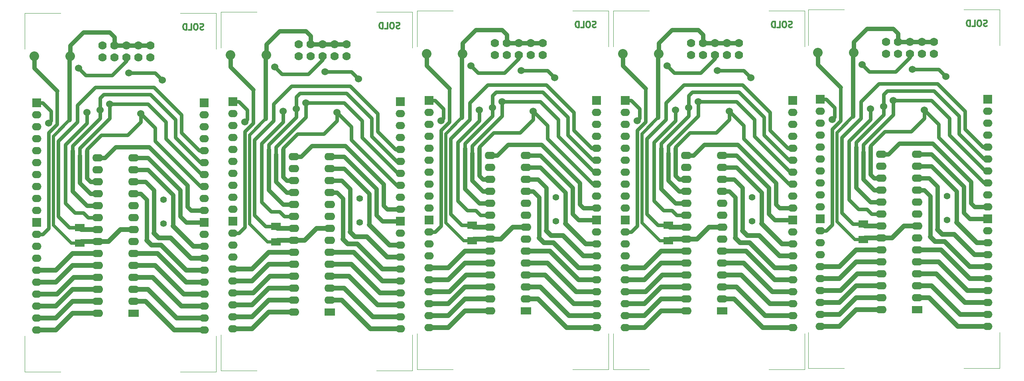
<source format=gbl>
G04 (created by PCBNEW (2013-07-07 BZR 4022)-stable) date 5/4/2015 12:54:49 PM*
%MOIN*%
G04 Gerber Fmt 3.4, Leading zero omitted, Abs format*
%FSLAX34Y34*%
G01*
G70*
G90*
G04 APERTURE LIST*
%ADD10C,0.00590551*%
%ADD11C,0.011811*%
%ADD12C,0.00393701*%
%ADD13R,0.075X0.075*%
%ADD14O,0.08X0.06*%
%ADD15C,0.08*%
%ADD16R,0.08X0.06*%
%ADD17C,0.056*%
%ADD18O,0.09X0.062*%
%ADD19R,0.09X0.062*%
%ADD20C,0.07*%
%ADD21C,0.06*%
%ADD22C,0.03*%
%ADD23C,0.035*%
%ADD24C,0.04*%
%ADD25C,0.025*%
G04 APERTURE END LIST*
G54D10*
G54D11*
X42857Y-24278D02*
X42785Y-24302D01*
X42666Y-24302D01*
X42619Y-24278D01*
X42595Y-24254D01*
X42571Y-24207D01*
X42571Y-24159D01*
X42595Y-24111D01*
X42619Y-24088D01*
X42666Y-24064D01*
X42761Y-24040D01*
X42809Y-24016D01*
X42833Y-23992D01*
X42857Y-23945D01*
X42857Y-23897D01*
X42833Y-23850D01*
X42809Y-23826D01*
X42761Y-23802D01*
X42642Y-23802D01*
X42571Y-23826D01*
X42261Y-23802D02*
X42166Y-23802D01*
X42119Y-23826D01*
X42071Y-23873D01*
X42047Y-23969D01*
X42047Y-24135D01*
X42071Y-24230D01*
X42119Y-24278D01*
X42166Y-24302D01*
X42261Y-24302D01*
X42309Y-24278D01*
X42357Y-24230D01*
X42380Y-24135D01*
X42380Y-23969D01*
X42357Y-23873D01*
X42309Y-23826D01*
X42261Y-23802D01*
X41595Y-24302D02*
X41833Y-24302D01*
X41833Y-23802D01*
X41428Y-24302D02*
X41428Y-23802D01*
X41309Y-23802D01*
X41238Y-23826D01*
X41190Y-23873D01*
X41166Y-23921D01*
X41142Y-24016D01*
X41142Y-24088D01*
X41166Y-24183D01*
X41190Y-24230D01*
X41238Y-24278D01*
X41309Y-24302D01*
X41428Y-24302D01*
G54D12*
X27900Y-22900D02*
X27900Y-25900D01*
X27900Y-22900D02*
X30900Y-22900D01*
X43900Y-22900D02*
X40900Y-22900D01*
X43900Y-22900D02*
X43900Y-25900D01*
X27900Y-52900D02*
X30900Y-52900D01*
X27900Y-52900D02*
X27900Y-49900D01*
X43900Y-52900D02*
X43900Y-49900D01*
X43900Y-52900D02*
X40900Y-52900D01*
G54D11*
X59257Y-24178D02*
X59185Y-24202D01*
X59066Y-24202D01*
X59019Y-24178D01*
X58995Y-24154D01*
X58971Y-24107D01*
X58971Y-24059D01*
X58995Y-24011D01*
X59019Y-23988D01*
X59066Y-23964D01*
X59161Y-23940D01*
X59209Y-23916D01*
X59233Y-23892D01*
X59257Y-23845D01*
X59257Y-23797D01*
X59233Y-23750D01*
X59209Y-23726D01*
X59161Y-23702D01*
X59042Y-23702D01*
X58971Y-23726D01*
X58661Y-23702D02*
X58566Y-23702D01*
X58519Y-23726D01*
X58471Y-23773D01*
X58447Y-23869D01*
X58447Y-24035D01*
X58471Y-24130D01*
X58519Y-24178D01*
X58566Y-24202D01*
X58661Y-24202D01*
X58709Y-24178D01*
X58757Y-24130D01*
X58780Y-24035D01*
X58780Y-23869D01*
X58757Y-23773D01*
X58709Y-23726D01*
X58661Y-23702D01*
X57995Y-24202D02*
X58233Y-24202D01*
X58233Y-23702D01*
X57828Y-24202D02*
X57828Y-23702D01*
X57709Y-23702D01*
X57638Y-23726D01*
X57590Y-23773D01*
X57566Y-23821D01*
X57542Y-23916D01*
X57542Y-23988D01*
X57566Y-24083D01*
X57590Y-24130D01*
X57638Y-24178D01*
X57709Y-24202D01*
X57828Y-24202D01*
G54D12*
X44300Y-22800D02*
X44300Y-25800D01*
X44300Y-22800D02*
X47300Y-22800D01*
X60300Y-22800D02*
X57300Y-22800D01*
X60300Y-22800D02*
X60300Y-25800D01*
X44300Y-52800D02*
X47300Y-52800D01*
X44300Y-52800D02*
X44300Y-49800D01*
X60300Y-52800D02*
X60300Y-49800D01*
X60300Y-52800D02*
X57300Y-52800D01*
G54D11*
X75657Y-24178D02*
X75585Y-24202D01*
X75466Y-24202D01*
X75419Y-24178D01*
X75395Y-24154D01*
X75371Y-24107D01*
X75371Y-24059D01*
X75395Y-24011D01*
X75419Y-23988D01*
X75466Y-23964D01*
X75561Y-23940D01*
X75609Y-23916D01*
X75633Y-23892D01*
X75657Y-23845D01*
X75657Y-23797D01*
X75633Y-23750D01*
X75609Y-23726D01*
X75561Y-23702D01*
X75442Y-23702D01*
X75371Y-23726D01*
X75061Y-23702D02*
X74966Y-23702D01*
X74919Y-23726D01*
X74871Y-23773D01*
X74847Y-23869D01*
X74847Y-24035D01*
X74871Y-24130D01*
X74919Y-24178D01*
X74966Y-24202D01*
X75061Y-24202D01*
X75109Y-24178D01*
X75157Y-24130D01*
X75180Y-24035D01*
X75180Y-23869D01*
X75157Y-23773D01*
X75109Y-23726D01*
X75061Y-23702D01*
X74395Y-24202D02*
X74633Y-24202D01*
X74633Y-23702D01*
X74228Y-24202D02*
X74228Y-23702D01*
X74109Y-23702D01*
X74038Y-23726D01*
X73990Y-23773D01*
X73966Y-23821D01*
X73942Y-23916D01*
X73942Y-23988D01*
X73966Y-24083D01*
X73990Y-24130D01*
X74038Y-24178D01*
X74109Y-24202D01*
X74228Y-24202D01*
G54D12*
X60700Y-22800D02*
X60700Y-25800D01*
X60700Y-22800D02*
X63700Y-22800D01*
X76700Y-22800D02*
X73700Y-22800D01*
X76700Y-22800D02*
X76700Y-25800D01*
X60700Y-52800D02*
X63700Y-52800D01*
X60700Y-52800D02*
X60700Y-49800D01*
X76700Y-52800D02*
X76700Y-49800D01*
X76700Y-52800D02*
X73700Y-52800D01*
G54D11*
X91957Y-24078D02*
X91885Y-24102D01*
X91766Y-24102D01*
X91719Y-24078D01*
X91695Y-24054D01*
X91671Y-24007D01*
X91671Y-23959D01*
X91695Y-23911D01*
X91719Y-23888D01*
X91766Y-23864D01*
X91861Y-23840D01*
X91909Y-23816D01*
X91933Y-23792D01*
X91957Y-23745D01*
X91957Y-23697D01*
X91933Y-23650D01*
X91909Y-23626D01*
X91861Y-23602D01*
X91742Y-23602D01*
X91671Y-23626D01*
X91361Y-23602D02*
X91266Y-23602D01*
X91219Y-23626D01*
X91171Y-23673D01*
X91147Y-23769D01*
X91147Y-23935D01*
X91171Y-24030D01*
X91219Y-24078D01*
X91266Y-24102D01*
X91361Y-24102D01*
X91409Y-24078D01*
X91457Y-24030D01*
X91480Y-23935D01*
X91480Y-23769D01*
X91457Y-23673D01*
X91409Y-23626D01*
X91361Y-23602D01*
X90695Y-24102D02*
X90933Y-24102D01*
X90933Y-23602D01*
X90528Y-24102D02*
X90528Y-23602D01*
X90409Y-23602D01*
X90338Y-23626D01*
X90290Y-23673D01*
X90266Y-23721D01*
X90242Y-23816D01*
X90242Y-23888D01*
X90266Y-23983D01*
X90290Y-24030D01*
X90338Y-24078D01*
X90409Y-24102D01*
X90528Y-24102D01*
G54D12*
X77000Y-22700D02*
X77000Y-25700D01*
X77000Y-22700D02*
X80000Y-22700D01*
X93000Y-22700D02*
X90000Y-22700D01*
X93000Y-22700D02*
X93000Y-25700D01*
X77000Y-52700D02*
X80000Y-52700D01*
X77000Y-52700D02*
X77000Y-49700D01*
X93000Y-52700D02*
X93000Y-49700D01*
X93000Y-52700D02*
X90000Y-52700D01*
G54D11*
X26457Y-24378D02*
X26385Y-24402D01*
X26266Y-24402D01*
X26219Y-24378D01*
X26195Y-24354D01*
X26171Y-24307D01*
X26171Y-24259D01*
X26195Y-24211D01*
X26219Y-24188D01*
X26266Y-24164D01*
X26361Y-24140D01*
X26409Y-24116D01*
X26433Y-24092D01*
X26457Y-24045D01*
X26457Y-23997D01*
X26433Y-23950D01*
X26409Y-23926D01*
X26361Y-23902D01*
X26242Y-23902D01*
X26171Y-23926D01*
X25861Y-23902D02*
X25766Y-23902D01*
X25719Y-23926D01*
X25671Y-23973D01*
X25647Y-24069D01*
X25647Y-24235D01*
X25671Y-24330D01*
X25719Y-24378D01*
X25766Y-24402D01*
X25861Y-24402D01*
X25909Y-24378D01*
X25957Y-24330D01*
X25980Y-24235D01*
X25980Y-24069D01*
X25957Y-23973D01*
X25909Y-23926D01*
X25861Y-23902D01*
X25195Y-24402D02*
X25433Y-24402D01*
X25433Y-23902D01*
X25028Y-24402D02*
X25028Y-23902D01*
X24909Y-23902D01*
X24838Y-23926D01*
X24790Y-23973D01*
X24766Y-24021D01*
X24742Y-24116D01*
X24742Y-24188D01*
X24766Y-24283D01*
X24790Y-24330D01*
X24838Y-24378D01*
X24909Y-24402D01*
X25028Y-24402D01*
G54D12*
X11500Y-23000D02*
X11500Y-26000D01*
X11500Y-23000D02*
X14500Y-23000D01*
X27500Y-23000D02*
X24500Y-23000D01*
X27500Y-23000D02*
X27500Y-26000D01*
X11500Y-53000D02*
X14500Y-53000D01*
X11500Y-53000D02*
X11500Y-50000D01*
X27500Y-53000D02*
X27500Y-50000D01*
X27500Y-53000D02*
X24500Y-53000D01*
G54D13*
X28900Y-30400D03*
G54D14*
X28900Y-31400D03*
X28900Y-32400D03*
X28900Y-33400D03*
X28900Y-34400D03*
X28900Y-35400D03*
X28900Y-36400D03*
X28900Y-37400D03*
X28900Y-38400D03*
X28900Y-39400D03*
G54D13*
X28900Y-40400D03*
G54D14*
X28900Y-41400D03*
X28900Y-42400D03*
X28900Y-43400D03*
X28900Y-44400D03*
X28900Y-45400D03*
X28900Y-46400D03*
X28900Y-47400D03*
X28900Y-48400D03*
X28900Y-49400D03*
G54D13*
X42900Y-40400D03*
G54D14*
X42900Y-41400D03*
X42900Y-42400D03*
X42900Y-43400D03*
X42900Y-44400D03*
X42900Y-45400D03*
X42900Y-46400D03*
X42900Y-47400D03*
X42900Y-48400D03*
X42900Y-49400D03*
G54D13*
X42900Y-30400D03*
G54D14*
X42900Y-31400D03*
X42900Y-32400D03*
X42900Y-33400D03*
X42900Y-34400D03*
X42900Y-35400D03*
X42900Y-36400D03*
X42900Y-37400D03*
X42900Y-38400D03*
X42900Y-39400D03*
G54D15*
X28700Y-26496D03*
X31696Y-26500D03*
G54D16*
X32500Y-42150D03*
X32500Y-40850D03*
G54D17*
X39500Y-38500D03*
X39500Y-40500D03*
G54D18*
X37000Y-47000D03*
X37000Y-46000D03*
X37000Y-45000D03*
X37000Y-44000D03*
X37000Y-43000D03*
X37000Y-42000D03*
X37000Y-41000D03*
X37000Y-40000D03*
X37000Y-39000D03*
X37000Y-38000D03*
X37000Y-37000D03*
X37000Y-36000D03*
X37000Y-35000D03*
G54D19*
X37000Y-48000D03*
G54D18*
X34000Y-35000D03*
X34000Y-36000D03*
X34000Y-37000D03*
X34000Y-38000D03*
X34000Y-39000D03*
X34000Y-40000D03*
X34000Y-41000D03*
X34000Y-42000D03*
X34000Y-43000D03*
X34000Y-44000D03*
X34000Y-45000D03*
X34000Y-46000D03*
X34000Y-47000D03*
X34000Y-48000D03*
G54D20*
X34400Y-26600D03*
X34400Y-25600D03*
X35400Y-26600D03*
X35400Y-25600D03*
X36400Y-26600D03*
X36400Y-25600D03*
X37400Y-26600D03*
X37400Y-25600D03*
X38400Y-26600D03*
X38400Y-25600D03*
G54D13*
X45300Y-30300D03*
G54D14*
X45300Y-31300D03*
X45300Y-32300D03*
X45300Y-33300D03*
X45300Y-34300D03*
X45300Y-35300D03*
X45300Y-36300D03*
X45300Y-37300D03*
X45300Y-38300D03*
X45300Y-39300D03*
G54D13*
X45300Y-40300D03*
G54D14*
X45300Y-41300D03*
X45300Y-42300D03*
X45300Y-43300D03*
X45300Y-44300D03*
X45300Y-45300D03*
X45300Y-46300D03*
X45300Y-47300D03*
X45300Y-48300D03*
X45300Y-49300D03*
G54D13*
X59300Y-40300D03*
G54D14*
X59300Y-41300D03*
X59300Y-42300D03*
X59300Y-43300D03*
X59300Y-44300D03*
X59300Y-45300D03*
X59300Y-46300D03*
X59300Y-47300D03*
X59300Y-48300D03*
X59300Y-49300D03*
G54D13*
X59300Y-30300D03*
G54D14*
X59300Y-31300D03*
X59300Y-32300D03*
X59300Y-33300D03*
X59300Y-34300D03*
X59300Y-35300D03*
X59300Y-36300D03*
X59300Y-37300D03*
X59300Y-38300D03*
X59300Y-39300D03*
G54D15*
X45100Y-26396D03*
X48096Y-26400D03*
G54D16*
X48900Y-42050D03*
X48900Y-40750D03*
G54D17*
X55900Y-38400D03*
X55900Y-40400D03*
G54D18*
X53400Y-46900D03*
X53400Y-45900D03*
X53400Y-44900D03*
X53400Y-43900D03*
X53400Y-42900D03*
X53400Y-41900D03*
X53400Y-40900D03*
X53400Y-39900D03*
X53400Y-38900D03*
X53400Y-37900D03*
X53400Y-36900D03*
X53400Y-35900D03*
X53400Y-34900D03*
G54D19*
X53400Y-47900D03*
G54D18*
X50400Y-34900D03*
X50400Y-35900D03*
X50400Y-36900D03*
X50400Y-37900D03*
X50400Y-38900D03*
X50400Y-39900D03*
X50400Y-40900D03*
X50400Y-41900D03*
X50400Y-42900D03*
X50400Y-43900D03*
X50400Y-44900D03*
X50400Y-45900D03*
X50400Y-46900D03*
X50400Y-47900D03*
G54D20*
X50800Y-26500D03*
X50800Y-25500D03*
X51800Y-26500D03*
X51800Y-25500D03*
X52800Y-26500D03*
X52800Y-25500D03*
X53800Y-26500D03*
X53800Y-25500D03*
X54800Y-26500D03*
X54800Y-25500D03*
G54D13*
X61700Y-30300D03*
G54D14*
X61700Y-31300D03*
X61700Y-32300D03*
X61700Y-33300D03*
X61700Y-34300D03*
X61700Y-35300D03*
X61700Y-36300D03*
X61700Y-37300D03*
X61700Y-38300D03*
X61700Y-39300D03*
G54D13*
X61700Y-40300D03*
G54D14*
X61700Y-41300D03*
X61700Y-42300D03*
X61700Y-43300D03*
X61700Y-44300D03*
X61700Y-45300D03*
X61700Y-46300D03*
X61700Y-47300D03*
X61700Y-48300D03*
X61700Y-49300D03*
G54D13*
X75700Y-40300D03*
G54D14*
X75700Y-41300D03*
X75700Y-42300D03*
X75700Y-43300D03*
X75700Y-44300D03*
X75700Y-45300D03*
X75700Y-46300D03*
X75700Y-47300D03*
X75700Y-48300D03*
X75700Y-49300D03*
G54D13*
X75700Y-30300D03*
G54D14*
X75700Y-31300D03*
X75700Y-32300D03*
X75700Y-33300D03*
X75700Y-34300D03*
X75700Y-35300D03*
X75700Y-36300D03*
X75700Y-37300D03*
X75700Y-38300D03*
X75700Y-39300D03*
G54D15*
X61500Y-26396D03*
X64496Y-26400D03*
G54D16*
X65300Y-42050D03*
X65300Y-40750D03*
G54D17*
X72300Y-38400D03*
X72300Y-40400D03*
G54D18*
X69800Y-46900D03*
X69800Y-45900D03*
X69800Y-44900D03*
X69800Y-43900D03*
X69800Y-42900D03*
X69800Y-41900D03*
X69800Y-40900D03*
X69800Y-39900D03*
X69800Y-38900D03*
X69800Y-37900D03*
X69800Y-36900D03*
X69800Y-35900D03*
X69800Y-34900D03*
G54D19*
X69800Y-47900D03*
G54D18*
X66800Y-34900D03*
X66800Y-35900D03*
X66800Y-36900D03*
X66800Y-37900D03*
X66800Y-38900D03*
X66800Y-39900D03*
X66800Y-40900D03*
X66800Y-41900D03*
X66800Y-42900D03*
X66800Y-43900D03*
X66800Y-44900D03*
X66800Y-45900D03*
X66800Y-46900D03*
X66800Y-47900D03*
G54D20*
X67200Y-26500D03*
X67200Y-25500D03*
X68200Y-26500D03*
X68200Y-25500D03*
X69200Y-26500D03*
X69200Y-25500D03*
X70200Y-26500D03*
X70200Y-25500D03*
X71200Y-26500D03*
X71200Y-25500D03*
G54D13*
X78000Y-30200D03*
G54D14*
X78000Y-31200D03*
X78000Y-32200D03*
X78000Y-33200D03*
X78000Y-34200D03*
X78000Y-35200D03*
X78000Y-36200D03*
X78000Y-37200D03*
X78000Y-38200D03*
X78000Y-39200D03*
G54D13*
X78000Y-40200D03*
G54D14*
X78000Y-41200D03*
X78000Y-42200D03*
X78000Y-43200D03*
X78000Y-44200D03*
X78000Y-45200D03*
X78000Y-46200D03*
X78000Y-47200D03*
X78000Y-48200D03*
X78000Y-49200D03*
G54D13*
X92000Y-40200D03*
G54D14*
X92000Y-41200D03*
X92000Y-42200D03*
X92000Y-43200D03*
X92000Y-44200D03*
X92000Y-45200D03*
X92000Y-46200D03*
X92000Y-47200D03*
X92000Y-48200D03*
X92000Y-49200D03*
G54D13*
X92000Y-30200D03*
G54D14*
X92000Y-31200D03*
X92000Y-32200D03*
X92000Y-33200D03*
X92000Y-34200D03*
X92000Y-35200D03*
X92000Y-36200D03*
X92000Y-37200D03*
X92000Y-38200D03*
X92000Y-39200D03*
G54D15*
X77800Y-26296D03*
X80796Y-26300D03*
G54D16*
X81600Y-41950D03*
X81600Y-40650D03*
G54D17*
X88600Y-38300D03*
X88600Y-40300D03*
G54D18*
X86100Y-46800D03*
X86100Y-45800D03*
X86100Y-44800D03*
X86100Y-43800D03*
X86100Y-42800D03*
X86100Y-41800D03*
X86100Y-40800D03*
X86100Y-39800D03*
X86100Y-38800D03*
X86100Y-37800D03*
X86100Y-36800D03*
X86100Y-35800D03*
X86100Y-34800D03*
G54D19*
X86100Y-47800D03*
G54D18*
X83100Y-34800D03*
X83100Y-35800D03*
X83100Y-36800D03*
X83100Y-37800D03*
X83100Y-38800D03*
X83100Y-39800D03*
X83100Y-40800D03*
X83100Y-41800D03*
X83100Y-42800D03*
X83100Y-43800D03*
X83100Y-44800D03*
X83100Y-45800D03*
X83100Y-46800D03*
X83100Y-47800D03*
G54D20*
X83500Y-26400D03*
X83500Y-25400D03*
X84500Y-26400D03*
X84500Y-25400D03*
X85500Y-26400D03*
X85500Y-25400D03*
X86500Y-26400D03*
X86500Y-25400D03*
X87500Y-26400D03*
X87500Y-25400D03*
G54D13*
X12500Y-30500D03*
G54D14*
X12500Y-31500D03*
X12500Y-32500D03*
X12500Y-33500D03*
X12500Y-34500D03*
X12500Y-35500D03*
X12500Y-36500D03*
X12500Y-37500D03*
X12500Y-38500D03*
X12500Y-39500D03*
G54D13*
X12500Y-40500D03*
G54D14*
X12500Y-41500D03*
X12500Y-42500D03*
X12500Y-43500D03*
X12500Y-44500D03*
X12500Y-45500D03*
X12500Y-46500D03*
X12500Y-47500D03*
X12500Y-48500D03*
X12500Y-49500D03*
G54D13*
X26500Y-40500D03*
G54D14*
X26500Y-41500D03*
X26500Y-42500D03*
X26500Y-43500D03*
X26500Y-44500D03*
X26500Y-45500D03*
X26500Y-46500D03*
X26500Y-47500D03*
X26500Y-48500D03*
X26500Y-49500D03*
G54D13*
X26500Y-30500D03*
G54D14*
X26500Y-31500D03*
X26500Y-32500D03*
X26500Y-33500D03*
X26500Y-34500D03*
X26500Y-35500D03*
X26500Y-36500D03*
X26500Y-37500D03*
X26500Y-38500D03*
X26500Y-39500D03*
G54D15*
X12300Y-26596D03*
X15296Y-26600D03*
G54D16*
X16100Y-42250D03*
X16100Y-40950D03*
G54D17*
X23100Y-38600D03*
X23100Y-40600D03*
G54D18*
X20600Y-47100D03*
X20600Y-46100D03*
X20600Y-45100D03*
X20600Y-44100D03*
X20600Y-43100D03*
X20600Y-42100D03*
X20600Y-41100D03*
X20600Y-40100D03*
X20600Y-39100D03*
X20600Y-38100D03*
X20600Y-37100D03*
X20600Y-36100D03*
X20600Y-35100D03*
G54D19*
X20600Y-48100D03*
G54D18*
X17600Y-35100D03*
X17600Y-36100D03*
X17600Y-37100D03*
X17600Y-38100D03*
X17600Y-39100D03*
X17600Y-40100D03*
X17600Y-41100D03*
X17600Y-42100D03*
X17600Y-43100D03*
X17600Y-44100D03*
X17600Y-45100D03*
X17600Y-46100D03*
X17600Y-47100D03*
X17600Y-48100D03*
G54D20*
X18000Y-26700D03*
X18000Y-25700D03*
X19000Y-26700D03*
X19000Y-25700D03*
X20000Y-26700D03*
X20000Y-25700D03*
X21000Y-26700D03*
X21000Y-25700D03*
X22000Y-26700D03*
X22000Y-25700D03*
G54D21*
X37600Y-31300D03*
X36600Y-27900D03*
X39400Y-28500D03*
X54000Y-31200D03*
X53000Y-27800D03*
X55800Y-28400D03*
X70400Y-31200D03*
X69400Y-27800D03*
X72200Y-28400D03*
X86700Y-31100D03*
X85700Y-27700D03*
X88500Y-28300D03*
X21200Y-31400D03*
X20200Y-28000D03*
X23000Y-28600D03*
X35000Y-30500D03*
X51400Y-30400D03*
X67800Y-30400D03*
X84100Y-30300D03*
X18600Y-30600D03*
X34200Y-31000D03*
X50600Y-30900D03*
X67000Y-30900D03*
X83300Y-30800D03*
X17800Y-31100D03*
X32400Y-27500D03*
X48800Y-27400D03*
X65200Y-27400D03*
X81500Y-27300D03*
X16000Y-27600D03*
X29900Y-32100D03*
X46300Y-32000D03*
X62700Y-32000D03*
X79000Y-31900D03*
X13500Y-32200D03*
X33100Y-31200D03*
X49500Y-31100D03*
X65900Y-31100D03*
X82200Y-31000D03*
X16700Y-31300D03*
G54D22*
X38800Y-27900D02*
X36600Y-27900D01*
X39400Y-28500D02*
X38800Y-27900D01*
X33100Y-34400D02*
X33100Y-34300D01*
X33100Y-34300D02*
X34300Y-33100D01*
X42900Y-37400D02*
X42600Y-37400D01*
X42600Y-37400D02*
X38800Y-33600D01*
X38800Y-33600D02*
X38800Y-32500D01*
G54D23*
X33400Y-37000D02*
X34000Y-37000D01*
X33100Y-34400D02*
X33100Y-36700D01*
X33100Y-36700D02*
X33400Y-37000D01*
G54D22*
X37600Y-32000D02*
X37600Y-31300D01*
X36500Y-33100D02*
X37600Y-32000D01*
X34300Y-33100D02*
X36500Y-33100D01*
X38800Y-32500D02*
X37600Y-31300D01*
X55200Y-27800D02*
X53000Y-27800D01*
X55800Y-28400D02*
X55200Y-27800D01*
X49500Y-34300D02*
X49500Y-34200D01*
X49500Y-34200D02*
X50700Y-33000D01*
X59300Y-37300D02*
X59000Y-37300D01*
X59000Y-37300D02*
X55200Y-33500D01*
X55200Y-33500D02*
X55200Y-32400D01*
G54D23*
X49800Y-36900D02*
X50400Y-36900D01*
X49500Y-34300D02*
X49500Y-36600D01*
X49500Y-36600D02*
X49800Y-36900D01*
G54D22*
X54000Y-31900D02*
X54000Y-31200D01*
X52900Y-33000D02*
X54000Y-31900D01*
X50700Y-33000D02*
X52900Y-33000D01*
X55200Y-32400D02*
X54000Y-31200D01*
X71600Y-27800D02*
X69400Y-27800D01*
X72200Y-28400D02*
X71600Y-27800D01*
X65900Y-34300D02*
X65900Y-34200D01*
X65900Y-34200D02*
X67100Y-33000D01*
X75700Y-37300D02*
X75400Y-37300D01*
X75400Y-37300D02*
X71600Y-33500D01*
X71600Y-33500D02*
X71600Y-32400D01*
G54D23*
X66200Y-36900D02*
X66800Y-36900D01*
X65900Y-34300D02*
X65900Y-36600D01*
X65900Y-36600D02*
X66200Y-36900D01*
G54D22*
X70400Y-31900D02*
X70400Y-31200D01*
X69300Y-33000D02*
X70400Y-31900D01*
X67100Y-33000D02*
X69300Y-33000D01*
X71600Y-32400D02*
X70400Y-31200D01*
X87900Y-27700D02*
X85700Y-27700D01*
X88500Y-28300D02*
X87900Y-27700D01*
X82200Y-34200D02*
X82200Y-34100D01*
X82200Y-34100D02*
X83400Y-32900D01*
X92000Y-37200D02*
X91700Y-37200D01*
X91700Y-37200D02*
X87900Y-33400D01*
X87900Y-33400D02*
X87900Y-32300D01*
G54D23*
X82500Y-36800D02*
X83100Y-36800D01*
X82200Y-34200D02*
X82200Y-36500D01*
X82200Y-36500D02*
X82500Y-36800D01*
G54D22*
X86700Y-31800D02*
X86700Y-31100D01*
X85600Y-32900D02*
X86700Y-31800D01*
X83400Y-32900D02*
X85600Y-32900D01*
X87900Y-32300D02*
X86700Y-31100D01*
X22400Y-28000D02*
X20200Y-28000D01*
X23000Y-28600D02*
X22400Y-28000D01*
X16700Y-34500D02*
X16700Y-34400D01*
X16700Y-34400D02*
X17900Y-33200D01*
X26500Y-37500D02*
X26200Y-37500D01*
X26200Y-37500D02*
X22400Y-33700D01*
X22400Y-33700D02*
X22400Y-32600D01*
G54D23*
X17000Y-37100D02*
X17600Y-37100D01*
X16700Y-34500D02*
X16700Y-36800D01*
X16700Y-36800D02*
X17000Y-37100D01*
G54D22*
X21200Y-32100D02*
X21200Y-31400D01*
X20100Y-33200D02*
X21200Y-32100D01*
X17900Y-33200D02*
X20100Y-33200D01*
X22400Y-32600D02*
X21200Y-31400D01*
X32500Y-34800D02*
X32500Y-34200D01*
X35000Y-31700D02*
X35000Y-30500D01*
X32500Y-34200D02*
X35000Y-31700D01*
G54D23*
X32500Y-37100D02*
X33400Y-38000D01*
X32500Y-34800D02*
X32500Y-37100D01*
X33400Y-38000D02*
X34000Y-38000D01*
G54D22*
X39700Y-32100D02*
X39700Y-32000D01*
X38200Y-30500D02*
X35000Y-30500D01*
X39700Y-32000D02*
X38200Y-30500D01*
X42900Y-36400D02*
X42700Y-36400D01*
X39700Y-33400D02*
X39700Y-32100D01*
X39700Y-32100D02*
X39700Y-32000D01*
X42700Y-36400D02*
X39700Y-33400D01*
X48900Y-34700D02*
X48900Y-34100D01*
X51400Y-31600D02*
X51400Y-30400D01*
X48900Y-34100D02*
X51400Y-31600D01*
G54D23*
X48900Y-37000D02*
X49800Y-37900D01*
X48900Y-34700D02*
X48900Y-37000D01*
X49800Y-37900D02*
X50400Y-37900D01*
G54D22*
X56100Y-32000D02*
X56100Y-31900D01*
X54600Y-30400D02*
X51400Y-30400D01*
X56100Y-31900D02*
X54600Y-30400D01*
X59300Y-36300D02*
X59100Y-36300D01*
X56100Y-33300D02*
X56100Y-32000D01*
X56100Y-32000D02*
X56100Y-31900D01*
X59100Y-36300D02*
X56100Y-33300D01*
X65300Y-34700D02*
X65300Y-34100D01*
X67800Y-31600D02*
X67800Y-30400D01*
X65300Y-34100D02*
X67800Y-31600D01*
G54D23*
X65300Y-37000D02*
X66200Y-37900D01*
X65300Y-34700D02*
X65300Y-37000D01*
X66200Y-37900D02*
X66800Y-37900D01*
G54D22*
X72500Y-32000D02*
X72500Y-31900D01*
X71000Y-30400D02*
X67800Y-30400D01*
X72500Y-31900D02*
X71000Y-30400D01*
X75700Y-36300D02*
X75500Y-36300D01*
X72500Y-33300D02*
X72500Y-32000D01*
X72500Y-32000D02*
X72500Y-31900D01*
X75500Y-36300D02*
X72500Y-33300D01*
X81600Y-34600D02*
X81600Y-34000D01*
X84100Y-31500D02*
X84100Y-30300D01*
X81600Y-34000D02*
X84100Y-31500D01*
G54D23*
X81600Y-36900D02*
X82500Y-37800D01*
X81600Y-34600D02*
X81600Y-36900D01*
X82500Y-37800D02*
X83100Y-37800D01*
G54D22*
X88800Y-31900D02*
X88800Y-31800D01*
X87300Y-30300D02*
X84100Y-30300D01*
X88800Y-31800D02*
X87300Y-30300D01*
X92000Y-36200D02*
X91800Y-36200D01*
X88800Y-33200D02*
X88800Y-31900D01*
X88800Y-31900D02*
X88800Y-31800D01*
X91800Y-36200D02*
X88800Y-33200D01*
X16100Y-34900D02*
X16100Y-34300D01*
X18600Y-31800D02*
X18600Y-30600D01*
X16100Y-34300D02*
X18600Y-31800D01*
G54D23*
X16100Y-37200D02*
X17000Y-38100D01*
X16100Y-34900D02*
X16100Y-37200D01*
X17000Y-38100D02*
X17600Y-38100D01*
G54D22*
X23300Y-32200D02*
X23300Y-32100D01*
X21800Y-30600D02*
X18600Y-30600D01*
X23300Y-32100D02*
X21800Y-30600D01*
X26500Y-36500D02*
X26300Y-36500D01*
X23300Y-33500D02*
X23300Y-32200D01*
X23300Y-32200D02*
X23300Y-32100D01*
X26300Y-36500D02*
X23300Y-33500D01*
X34200Y-31000D02*
X34200Y-30000D01*
X34200Y-30000D02*
X34500Y-29700D01*
X31900Y-34400D02*
X31900Y-34000D01*
X34200Y-31700D02*
X34200Y-31000D01*
X31900Y-34000D02*
X34200Y-31700D01*
X42900Y-35400D02*
X42600Y-35400D01*
X42600Y-35400D02*
X40500Y-33300D01*
X40500Y-33300D02*
X40500Y-31800D01*
X40500Y-31800D02*
X38400Y-29700D01*
X38400Y-29700D02*
X34500Y-29700D01*
G54D23*
X31900Y-34400D02*
X31900Y-37800D01*
X31900Y-37800D02*
X33100Y-39000D01*
X33100Y-39000D02*
X34000Y-39000D01*
G54D22*
X50600Y-30900D02*
X50600Y-29900D01*
X50600Y-29900D02*
X50900Y-29600D01*
X48300Y-34300D02*
X48300Y-33900D01*
X50600Y-31600D02*
X50600Y-30900D01*
X48300Y-33900D02*
X50600Y-31600D01*
X59300Y-35300D02*
X59000Y-35300D01*
X59000Y-35300D02*
X56900Y-33200D01*
X56900Y-33200D02*
X56900Y-31700D01*
X56900Y-31700D02*
X54800Y-29600D01*
X54800Y-29600D02*
X50900Y-29600D01*
G54D23*
X48300Y-34300D02*
X48300Y-37700D01*
X48300Y-37700D02*
X49500Y-38900D01*
X49500Y-38900D02*
X50400Y-38900D01*
G54D22*
X67000Y-30900D02*
X67000Y-29900D01*
X67000Y-29900D02*
X67300Y-29600D01*
X64700Y-34300D02*
X64700Y-33900D01*
X67000Y-31600D02*
X67000Y-30900D01*
X64700Y-33900D02*
X67000Y-31600D01*
X75700Y-35300D02*
X75400Y-35300D01*
X75400Y-35300D02*
X73300Y-33200D01*
X73300Y-33200D02*
X73300Y-31700D01*
X73300Y-31700D02*
X71200Y-29600D01*
X71200Y-29600D02*
X67300Y-29600D01*
G54D23*
X64700Y-34300D02*
X64700Y-37700D01*
X64700Y-37700D02*
X65900Y-38900D01*
X65900Y-38900D02*
X66800Y-38900D01*
G54D22*
X83300Y-30800D02*
X83300Y-29800D01*
X83300Y-29800D02*
X83600Y-29500D01*
X81000Y-34200D02*
X81000Y-33800D01*
X83300Y-31500D02*
X83300Y-30800D01*
X81000Y-33800D02*
X83300Y-31500D01*
X92000Y-35200D02*
X91700Y-35200D01*
X91700Y-35200D02*
X89600Y-33100D01*
X89600Y-33100D02*
X89600Y-31600D01*
X89600Y-31600D02*
X87500Y-29500D01*
X87500Y-29500D02*
X83600Y-29500D01*
G54D23*
X81000Y-34200D02*
X81000Y-37600D01*
X81000Y-37600D02*
X82200Y-38800D01*
X82200Y-38800D02*
X83100Y-38800D01*
G54D22*
X17800Y-31100D02*
X17800Y-30100D01*
X17800Y-30100D02*
X18100Y-29800D01*
X15500Y-34500D02*
X15500Y-34100D01*
X17800Y-31800D02*
X17800Y-31100D01*
X15500Y-34100D02*
X17800Y-31800D01*
X26500Y-35500D02*
X26200Y-35500D01*
X26200Y-35500D02*
X24100Y-33400D01*
X24100Y-33400D02*
X24100Y-31900D01*
X24100Y-31900D02*
X22000Y-29800D01*
X22000Y-29800D02*
X18100Y-29800D01*
G54D23*
X15500Y-34500D02*
X15500Y-37900D01*
X15500Y-37900D02*
X16700Y-39100D01*
X16700Y-39100D02*
X17600Y-39100D01*
G54D24*
X42900Y-47400D02*
X41000Y-47400D01*
X38600Y-45000D02*
X37000Y-45000D01*
X41000Y-47400D02*
X38600Y-45000D01*
X59300Y-47300D02*
X57400Y-47300D01*
X55000Y-44900D02*
X53400Y-44900D01*
X57400Y-47300D02*
X55000Y-44900D01*
X75700Y-47300D02*
X73800Y-47300D01*
X71400Y-44900D02*
X69800Y-44900D01*
X73800Y-47300D02*
X71400Y-44900D01*
X92000Y-47200D02*
X90100Y-47200D01*
X87700Y-44800D02*
X86100Y-44800D01*
X90100Y-47200D02*
X87700Y-44800D01*
X26500Y-47500D02*
X24600Y-47500D01*
X22200Y-45100D02*
X20600Y-45100D01*
X24600Y-47500D02*
X22200Y-45100D01*
X42900Y-46400D02*
X41200Y-46400D01*
X38800Y-44000D02*
X37000Y-44000D01*
X41200Y-46400D02*
X38800Y-44000D01*
X59300Y-46300D02*
X57600Y-46300D01*
X55200Y-43900D02*
X53400Y-43900D01*
X57600Y-46300D02*
X55200Y-43900D01*
X75700Y-46300D02*
X74000Y-46300D01*
X71600Y-43900D02*
X69800Y-43900D01*
X74000Y-46300D02*
X71600Y-43900D01*
X92000Y-46200D02*
X90300Y-46200D01*
X87900Y-43800D02*
X86100Y-43800D01*
X90300Y-46200D02*
X87900Y-43800D01*
X26500Y-46500D02*
X24800Y-46500D01*
X22400Y-44100D02*
X20600Y-44100D01*
X24800Y-46500D02*
X22400Y-44100D01*
X42900Y-45400D02*
X41400Y-45400D01*
X39000Y-43000D02*
X37000Y-43000D01*
X41400Y-45400D02*
X39000Y-43000D01*
X59300Y-45300D02*
X57800Y-45300D01*
X55400Y-42900D02*
X53400Y-42900D01*
X57800Y-45300D02*
X55400Y-42900D01*
X75700Y-45300D02*
X74200Y-45300D01*
X71800Y-42900D02*
X69800Y-42900D01*
X74200Y-45300D02*
X71800Y-42900D01*
X92000Y-45200D02*
X90500Y-45200D01*
X88100Y-42800D02*
X86100Y-42800D01*
X90500Y-45200D02*
X88100Y-42800D01*
X26500Y-45500D02*
X25000Y-45500D01*
X22600Y-43100D02*
X20600Y-43100D01*
X25000Y-45500D02*
X22600Y-43100D01*
X42900Y-44400D02*
X41400Y-44400D01*
G54D23*
X37600Y-38000D02*
X37000Y-38000D01*
X38100Y-38500D02*
X37600Y-38000D01*
X38100Y-41900D02*
X38100Y-38500D01*
G54D24*
X38500Y-42300D02*
X38100Y-41900D01*
X39300Y-42300D02*
X38500Y-42300D01*
X41400Y-44400D02*
X39300Y-42300D01*
X59300Y-44300D02*
X57800Y-44300D01*
G54D23*
X54000Y-37900D02*
X53400Y-37900D01*
X54500Y-38400D02*
X54000Y-37900D01*
X54500Y-41800D02*
X54500Y-38400D01*
G54D24*
X54900Y-42200D02*
X54500Y-41800D01*
X55700Y-42200D02*
X54900Y-42200D01*
X57800Y-44300D02*
X55700Y-42200D01*
X75700Y-44300D02*
X74200Y-44300D01*
G54D23*
X70400Y-37900D02*
X69800Y-37900D01*
X70900Y-38400D02*
X70400Y-37900D01*
X70900Y-41800D02*
X70900Y-38400D01*
G54D24*
X71300Y-42200D02*
X70900Y-41800D01*
X72100Y-42200D02*
X71300Y-42200D01*
X74200Y-44300D02*
X72100Y-42200D01*
X92000Y-44200D02*
X90500Y-44200D01*
G54D23*
X86700Y-37800D02*
X86100Y-37800D01*
X87200Y-38300D02*
X86700Y-37800D01*
X87200Y-41700D02*
X87200Y-38300D01*
G54D24*
X87600Y-42100D02*
X87200Y-41700D01*
X88400Y-42100D02*
X87600Y-42100D01*
X90500Y-44200D02*
X88400Y-42100D01*
X26500Y-44500D02*
X25000Y-44500D01*
G54D23*
X21200Y-38100D02*
X20600Y-38100D01*
X21700Y-38600D02*
X21200Y-38100D01*
X21700Y-42000D02*
X21700Y-38600D01*
G54D24*
X22100Y-42400D02*
X21700Y-42000D01*
X22900Y-42400D02*
X22100Y-42400D01*
X25000Y-44500D02*
X22900Y-42400D01*
X42900Y-43400D02*
X41800Y-43400D01*
G54D23*
X38000Y-37000D02*
X37000Y-37000D01*
X38700Y-37700D02*
X38000Y-37000D01*
X38700Y-41300D02*
X38700Y-37700D01*
G54D24*
X39100Y-41700D02*
X38700Y-41300D01*
X40100Y-41700D02*
X39100Y-41700D01*
X41800Y-43400D02*
X40100Y-41700D01*
X59300Y-43300D02*
X58200Y-43300D01*
G54D23*
X54400Y-36900D02*
X53400Y-36900D01*
X55100Y-37600D02*
X54400Y-36900D01*
X55100Y-41200D02*
X55100Y-37600D01*
G54D24*
X55500Y-41600D02*
X55100Y-41200D01*
X56500Y-41600D02*
X55500Y-41600D01*
X58200Y-43300D02*
X56500Y-41600D01*
X75700Y-43300D02*
X74600Y-43300D01*
G54D23*
X70800Y-36900D02*
X69800Y-36900D01*
X71500Y-37600D02*
X70800Y-36900D01*
X71500Y-41200D02*
X71500Y-37600D01*
G54D24*
X71900Y-41600D02*
X71500Y-41200D01*
X72900Y-41600D02*
X71900Y-41600D01*
X74600Y-43300D02*
X72900Y-41600D01*
X92000Y-43200D02*
X90900Y-43200D01*
G54D23*
X87100Y-36800D02*
X86100Y-36800D01*
X87800Y-37500D02*
X87100Y-36800D01*
X87800Y-41100D02*
X87800Y-37500D01*
G54D24*
X88200Y-41500D02*
X87800Y-41100D01*
X89200Y-41500D02*
X88200Y-41500D01*
X90900Y-43200D02*
X89200Y-41500D01*
X26500Y-43500D02*
X25400Y-43500D01*
G54D23*
X21600Y-37100D02*
X20600Y-37100D01*
X22300Y-37800D02*
X21600Y-37100D01*
X22300Y-41400D02*
X22300Y-37800D01*
G54D24*
X22700Y-41800D02*
X22300Y-41400D01*
X23700Y-41800D02*
X22700Y-41800D01*
X25400Y-43500D02*
X23700Y-41800D01*
X42900Y-42400D02*
X42000Y-42400D01*
G54D23*
X38200Y-36000D02*
X37000Y-36000D01*
X40300Y-38100D02*
X38200Y-36000D01*
X40300Y-40700D02*
X40300Y-38100D01*
G54D24*
X42000Y-42400D02*
X40300Y-40700D01*
X59300Y-42300D02*
X58400Y-42300D01*
G54D23*
X54600Y-35900D02*
X53400Y-35900D01*
X56700Y-38000D02*
X54600Y-35900D01*
X56700Y-40600D02*
X56700Y-38000D01*
G54D24*
X58400Y-42300D02*
X56700Y-40600D01*
X75700Y-42300D02*
X74800Y-42300D01*
G54D23*
X71000Y-35900D02*
X69800Y-35900D01*
X73100Y-38000D02*
X71000Y-35900D01*
X73100Y-40600D02*
X73100Y-38000D01*
G54D24*
X74800Y-42300D02*
X73100Y-40600D01*
X92000Y-42200D02*
X91100Y-42200D01*
G54D23*
X87300Y-35800D02*
X86100Y-35800D01*
X89400Y-37900D02*
X87300Y-35800D01*
X89400Y-40500D02*
X89400Y-37900D01*
G54D24*
X91100Y-42200D02*
X89400Y-40500D01*
X26500Y-42500D02*
X25600Y-42500D01*
G54D23*
X21800Y-36100D02*
X20600Y-36100D01*
X23900Y-38200D02*
X21800Y-36100D01*
X23900Y-40800D02*
X23900Y-38200D01*
G54D24*
X25600Y-42500D02*
X23900Y-40800D01*
G54D23*
X42900Y-40400D02*
X41400Y-40400D01*
X38200Y-35000D02*
X37000Y-35000D01*
X40900Y-37700D02*
X38200Y-35000D01*
X40900Y-39900D02*
X40900Y-37700D01*
X41400Y-40400D02*
X40900Y-39900D01*
X59300Y-40300D02*
X57800Y-40300D01*
X54600Y-34900D02*
X53400Y-34900D01*
X57300Y-37600D02*
X54600Y-34900D01*
X57300Y-39800D02*
X57300Y-37600D01*
X57800Y-40300D02*
X57300Y-39800D01*
X75700Y-40300D02*
X74200Y-40300D01*
X71000Y-34900D02*
X69800Y-34900D01*
X73700Y-37600D02*
X71000Y-34900D01*
X73700Y-39800D02*
X73700Y-37600D01*
X74200Y-40300D02*
X73700Y-39800D01*
X92000Y-40200D02*
X90500Y-40200D01*
X87300Y-34800D02*
X86100Y-34800D01*
X90000Y-37500D02*
X87300Y-34800D01*
X90000Y-39700D02*
X90000Y-37500D01*
X90500Y-40200D02*
X90000Y-39700D01*
X26500Y-40500D02*
X25000Y-40500D01*
X21800Y-35100D02*
X20600Y-35100D01*
X24500Y-37800D02*
X21800Y-35100D01*
X24500Y-40000D02*
X24500Y-37800D01*
X25000Y-40500D02*
X24500Y-40000D01*
X42900Y-39400D02*
X41800Y-39400D01*
X34600Y-35000D02*
X34000Y-35000D01*
X35500Y-34100D02*
X34600Y-35000D01*
X38300Y-34100D02*
X35500Y-34100D01*
X41500Y-37300D02*
X38300Y-34100D01*
X41500Y-39100D02*
X41500Y-37300D01*
X41800Y-39400D02*
X41500Y-39100D01*
X59300Y-39300D02*
X58200Y-39300D01*
X51000Y-34900D02*
X50400Y-34900D01*
X51900Y-34000D02*
X51000Y-34900D01*
X54700Y-34000D02*
X51900Y-34000D01*
X57900Y-37200D02*
X54700Y-34000D01*
X57900Y-39000D02*
X57900Y-37200D01*
X58200Y-39300D02*
X57900Y-39000D01*
X75700Y-39300D02*
X74600Y-39300D01*
X67400Y-34900D02*
X66800Y-34900D01*
X68300Y-34000D02*
X67400Y-34900D01*
X71100Y-34000D02*
X68300Y-34000D01*
X74300Y-37200D02*
X71100Y-34000D01*
X74300Y-39000D02*
X74300Y-37200D01*
X74600Y-39300D02*
X74300Y-39000D01*
X92000Y-39200D02*
X90900Y-39200D01*
X83700Y-34800D02*
X83100Y-34800D01*
X84600Y-33900D02*
X83700Y-34800D01*
X87400Y-33900D02*
X84600Y-33900D01*
X90600Y-37100D02*
X87400Y-33900D01*
X90600Y-38900D02*
X90600Y-37100D01*
X90900Y-39200D02*
X90600Y-38900D01*
X26500Y-39500D02*
X25400Y-39500D01*
X18200Y-35100D02*
X17600Y-35100D01*
X19100Y-34200D02*
X18200Y-35100D01*
X21900Y-34200D02*
X19100Y-34200D01*
X25100Y-37400D02*
X21900Y-34200D01*
X25100Y-39200D02*
X25100Y-37400D01*
X25400Y-39500D02*
X25100Y-39200D01*
G54D24*
X34000Y-43000D02*
X31900Y-43000D01*
X30500Y-44400D02*
X28900Y-44400D01*
X31900Y-43000D02*
X30500Y-44400D01*
X50400Y-42900D02*
X48300Y-42900D01*
X46900Y-44300D02*
X45300Y-44300D01*
X48300Y-42900D02*
X46900Y-44300D01*
X66800Y-42900D02*
X64700Y-42900D01*
X63300Y-44300D02*
X61700Y-44300D01*
X64700Y-42900D02*
X63300Y-44300D01*
X83100Y-42800D02*
X81000Y-42800D01*
X79600Y-44200D02*
X78000Y-44200D01*
X81000Y-42800D02*
X79600Y-44200D01*
X17600Y-43100D02*
X15500Y-43100D01*
X14100Y-44500D02*
X12500Y-44500D01*
X15500Y-43100D02*
X14100Y-44500D01*
X34000Y-44000D02*
X31900Y-44000D01*
X30500Y-45400D02*
X28900Y-45400D01*
X31900Y-44000D02*
X30500Y-45400D01*
X50400Y-43900D02*
X48300Y-43900D01*
X46900Y-45300D02*
X45300Y-45300D01*
X48300Y-43900D02*
X46900Y-45300D01*
X66800Y-43900D02*
X64700Y-43900D01*
X63300Y-45300D02*
X61700Y-45300D01*
X64700Y-43900D02*
X63300Y-45300D01*
X83100Y-43800D02*
X81000Y-43800D01*
X79600Y-45200D02*
X78000Y-45200D01*
X81000Y-43800D02*
X79600Y-45200D01*
X17600Y-44100D02*
X15500Y-44100D01*
X14100Y-45500D02*
X12500Y-45500D01*
X15500Y-44100D02*
X14100Y-45500D01*
X34000Y-45000D02*
X32000Y-45000D01*
X30600Y-46400D02*
X28900Y-46400D01*
X32000Y-45000D02*
X30600Y-46400D01*
X50400Y-44900D02*
X48400Y-44900D01*
X47000Y-46300D02*
X45300Y-46300D01*
X48400Y-44900D02*
X47000Y-46300D01*
X66800Y-44900D02*
X64800Y-44900D01*
X63400Y-46300D02*
X61700Y-46300D01*
X64800Y-44900D02*
X63400Y-46300D01*
X83100Y-44800D02*
X81100Y-44800D01*
X79700Y-46200D02*
X78000Y-46200D01*
X81100Y-44800D02*
X79700Y-46200D01*
X17600Y-45100D02*
X15600Y-45100D01*
X14200Y-46500D02*
X12500Y-46500D01*
X15600Y-45100D02*
X14200Y-46500D01*
X34000Y-46000D02*
X31900Y-46000D01*
X30500Y-47400D02*
X28900Y-47400D01*
X31900Y-46000D02*
X30500Y-47400D01*
X50400Y-45900D02*
X48300Y-45900D01*
X46900Y-47300D02*
X45300Y-47300D01*
X48300Y-45900D02*
X46900Y-47300D01*
X66800Y-45900D02*
X64700Y-45900D01*
X63300Y-47300D02*
X61700Y-47300D01*
X64700Y-45900D02*
X63300Y-47300D01*
X83100Y-45800D02*
X81000Y-45800D01*
X79600Y-47200D02*
X78000Y-47200D01*
X81000Y-45800D02*
X79600Y-47200D01*
X17600Y-46100D02*
X15500Y-46100D01*
X14100Y-47500D02*
X12500Y-47500D01*
X15500Y-46100D02*
X14100Y-47500D01*
G54D22*
X30700Y-34500D02*
X30700Y-33600D01*
X32300Y-32000D02*
X32300Y-30600D01*
X30700Y-33600D02*
X32300Y-32000D01*
X42900Y-34400D02*
X42500Y-34400D01*
X42500Y-34400D02*
X41000Y-32900D01*
X41000Y-32900D02*
X41000Y-31400D01*
X41000Y-31400D02*
X38700Y-29100D01*
X38700Y-29100D02*
X33800Y-29100D01*
X33800Y-29100D02*
X32300Y-30600D01*
X32500Y-40850D02*
X31650Y-40850D01*
X31650Y-40850D02*
X30700Y-39900D01*
X30700Y-39900D02*
X30700Y-34500D01*
G54D24*
X34000Y-41000D02*
X32650Y-41000D01*
X32650Y-41000D02*
X32500Y-40850D01*
G54D22*
X47100Y-34400D02*
X47100Y-33500D01*
X48700Y-31900D02*
X48700Y-30500D01*
X47100Y-33500D02*
X48700Y-31900D01*
X59300Y-34300D02*
X58900Y-34300D01*
X58900Y-34300D02*
X57400Y-32800D01*
X57400Y-32800D02*
X57400Y-31300D01*
X57400Y-31300D02*
X55100Y-29000D01*
X55100Y-29000D02*
X50200Y-29000D01*
X50200Y-29000D02*
X48700Y-30500D01*
X48900Y-40750D02*
X48050Y-40750D01*
X48050Y-40750D02*
X47100Y-39800D01*
X47100Y-39800D02*
X47100Y-34400D01*
G54D24*
X50400Y-40900D02*
X49050Y-40900D01*
X49050Y-40900D02*
X48900Y-40750D01*
G54D22*
X63500Y-34400D02*
X63500Y-33500D01*
X65100Y-31900D02*
X65100Y-30500D01*
X63500Y-33500D02*
X65100Y-31900D01*
X75700Y-34300D02*
X75300Y-34300D01*
X75300Y-34300D02*
X73800Y-32800D01*
X73800Y-32800D02*
X73800Y-31300D01*
X73800Y-31300D02*
X71500Y-29000D01*
X71500Y-29000D02*
X66600Y-29000D01*
X66600Y-29000D02*
X65100Y-30500D01*
X65300Y-40750D02*
X64450Y-40750D01*
X64450Y-40750D02*
X63500Y-39800D01*
X63500Y-39800D02*
X63500Y-34400D01*
G54D24*
X66800Y-40900D02*
X65450Y-40900D01*
X65450Y-40900D02*
X65300Y-40750D01*
G54D22*
X79800Y-34300D02*
X79800Y-33400D01*
X81400Y-31800D02*
X81400Y-30400D01*
X79800Y-33400D02*
X81400Y-31800D01*
X92000Y-34200D02*
X91600Y-34200D01*
X91600Y-34200D02*
X90100Y-32700D01*
X90100Y-32700D02*
X90100Y-31200D01*
X90100Y-31200D02*
X87800Y-28900D01*
X87800Y-28900D02*
X82900Y-28900D01*
X82900Y-28900D02*
X81400Y-30400D01*
X81600Y-40650D02*
X80750Y-40650D01*
X80750Y-40650D02*
X79800Y-39700D01*
X79800Y-39700D02*
X79800Y-34300D01*
G54D24*
X83100Y-40800D02*
X81750Y-40800D01*
X81750Y-40800D02*
X81600Y-40650D01*
G54D22*
X14300Y-34600D02*
X14300Y-33700D01*
X15900Y-32100D02*
X15900Y-30700D01*
X14300Y-33700D02*
X15900Y-32100D01*
X26500Y-34500D02*
X26100Y-34500D01*
X26100Y-34500D02*
X24600Y-33000D01*
X24600Y-33000D02*
X24600Y-31500D01*
X24600Y-31500D02*
X22300Y-29200D01*
X22300Y-29200D02*
X17400Y-29200D01*
X17400Y-29200D02*
X15900Y-30700D01*
X16100Y-40950D02*
X15250Y-40950D01*
X15250Y-40950D02*
X14300Y-40000D01*
X14300Y-40000D02*
X14300Y-34600D01*
G54D24*
X17600Y-41100D02*
X16250Y-41100D01*
X16250Y-41100D02*
X16100Y-40950D01*
G54D22*
X36400Y-26600D02*
X36400Y-26900D01*
X33000Y-28100D02*
X32400Y-27500D01*
X35200Y-28100D02*
X33000Y-28100D01*
X36400Y-26900D02*
X35200Y-28100D01*
G54D23*
X28700Y-26496D02*
X28700Y-27500D01*
X28700Y-27500D02*
X29200Y-28000D01*
G54D22*
X30600Y-29400D02*
X30600Y-30400D01*
G54D23*
X30600Y-29400D02*
X29200Y-28000D01*
G54D22*
X29900Y-33000D02*
X29900Y-32900D01*
X29400Y-41400D02*
X29900Y-40900D01*
X29900Y-40900D02*
X29900Y-33000D01*
X28900Y-41400D02*
X29400Y-41400D01*
X30600Y-32200D02*
X30600Y-30400D01*
X30600Y-30400D02*
X30600Y-30100D01*
X29900Y-32900D02*
X30600Y-32200D01*
X52800Y-26500D02*
X52800Y-26800D01*
X49400Y-28000D02*
X48800Y-27400D01*
X51600Y-28000D02*
X49400Y-28000D01*
X52800Y-26800D02*
X51600Y-28000D01*
G54D23*
X45100Y-26396D02*
X45100Y-27400D01*
X45100Y-27400D02*
X45600Y-27900D01*
G54D22*
X47000Y-29300D02*
X47000Y-30300D01*
G54D23*
X47000Y-29300D02*
X45600Y-27900D01*
G54D22*
X46300Y-32900D02*
X46300Y-32800D01*
X45800Y-41300D02*
X46300Y-40800D01*
X46300Y-40800D02*
X46300Y-32900D01*
X45300Y-41300D02*
X45800Y-41300D01*
X47000Y-32100D02*
X47000Y-30300D01*
X47000Y-30300D02*
X47000Y-30000D01*
X46300Y-32800D02*
X47000Y-32100D01*
X69200Y-26500D02*
X69200Y-26800D01*
X65800Y-28000D02*
X65200Y-27400D01*
X68000Y-28000D02*
X65800Y-28000D01*
X69200Y-26800D02*
X68000Y-28000D01*
G54D23*
X61500Y-26396D02*
X61500Y-27400D01*
X61500Y-27400D02*
X62000Y-27900D01*
G54D22*
X63400Y-29300D02*
X63400Y-30300D01*
G54D23*
X63400Y-29300D02*
X62000Y-27900D01*
G54D22*
X62700Y-32900D02*
X62700Y-32800D01*
X62200Y-41300D02*
X62700Y-40800D01*
X62700Y-40800D02*
X62700Y-32900D01*
X61700Y-41300D02*
X62200Y-41300D01*
X63400Y-32100D02*
X63400Y-30300D01*
X63400Y-30300D02*
X63400Y-30000D01*
X62700Y-32800D02*
X63400Y-32100D01*
X85500Y-26400D02*
X85500Y-26700D01*
X82100Y-27900D02*
X81500Y-27300D01*
X84300Y-27900D02*
X82100Y-27900D01*
X85500Y-26700D02*
X84300Y-27900D01*
G54D23*
X77800Y-26296D02*
X77800Y-27300D01*
X77800Y-27300D02*
X78300Y-27800D01*
G54D22*
X79700Y-29200D02*
X79700Y-30200D01*
G54D23*
X79700Y-29200D02*
X78300Y-27800D01*
G54D22*
X79000Y-32800D02*
X79000Y-32700D01*
X78500Y-41200D02*
X79000Y-40700D01*
X79000Y-40700D02*
X79000Y-32800D01*
X78000Y-41200D02*
X78500Y-41200D01*
X79700Y-32000D02*
X79700Y-30200D01*
X79700Y-30200D02*
X79700Y-29900D01*
X79000Y-32700D02*
X79700Y-32000D01*
X20000Y-26700D02*
X20000Y-27000D01*
X16600Y-28200D02*
X16000Y-27600D01*
X18800Y-28200D02*
X16600Y-28200D01*
X20000Y-27000D02*
X18800Y-28200D01*
G54D23*
X12300Y-26596D02*
X12300Y-27600D01*
X12300Y-27600D02*
X12800Y-28100D01*
G54D22*
X14200Y-29500D02*
X14200Y-30500D01*
G54D23*
X14200Y-29500D02*
X12800Y-28100D01*
G54D22*
X13500Y-33100D02*
X13500Y-33000D01*
X13000Y-41500D02*
X13500Y-41000D01*
X13500Y-41000D02*
X13500Y-33100D01*
X12500Y-41500D02*
X13000Y-41500D01*
X14200Y-32300D02*
X14200Y-30500D01*
X14200Y-30500D02*
X14200Y-30200D01*
X13500Y-33000D02*
X14200Y-32300D01*
X29400Y-30400D02*
X28900Y-30400D01*
X30100Y-31100D02*
X29400Y-30400D01*
X30100Y-31900D02*
X30100Y-31100D01*
X29900Y-32100D02*
X30100Y-31900D01*
G54D24*
X42900Y-49400D02*
X40400Y-49400D01*
X38000Y-47000D02*
X37000Y-47000D01*
X40400Y-49400D02*
X38000Y-47000D01*
G54D22*
X45800Y-30300D02*
X45300Y-30300D01*
X46500Y-31000D02*
X45800Y-30300D01*
X46500Y-31800D02*
X46500Y-31000D01*
X46300Y-32000D02*
X46500Y-31800D01*
G54D24*
X59300Y-49300D02*
X56800Y-49300D01*
X54400Y-46900D02*
X53400Y-46900D01*
X56800Y-49300D02*
X54400Y-46900D01*
G54D22*
X62200Y-30300D02*
X61700Y-30300D01*
X62900Y-31000D02*
X62200Y-30300D01*
X62900Y-31800D02*
X62900Y-31000D01*
X62700Y-32000D02*
X62900Y-31800D01*
G54D24*
X75700Y-49300D02*
X73200Y-49300D01*
X70800Y-46900D02*
X69800Y-46900D01*
X73200Y-49300D02*
X70800Y-46900D01*
G54D22*
X78500Y-30200D02*
X78000Y-30200D01*
X79200Y-30900D02*
X78500Y-30200D01*
X79200Y-31700D02*
X79200Y-30900D01*
X79000Y-31900D02*
X79200Y-31700D01*
G54D24*
X92000Y-49200D02*
X89500Y-49200D01*
X87100Y-46800D02*
X86100Y-46800D01*
X89500Y-49200D02*
X87100Y-46800D01*
G54D22*
X13000Y-30500D02*
X12500Y-30500D01*
X13700Y-31200D02*
X13000Y-30500D01*
X13700Y-32000D02*
X13700Y-31200D01*
X13500Y-32200D02*
X13700Y-32000D01*
G54D24*
X26500Y-49500D02*
X24000Y-49500D01*
X21600Y-47100D02*
X20600Y-47100D01*
X24000Y-49500D02*
X21600Y-47100D01*
X34000Y-48000D02*
X31900Y-48000D01*
X30500Y-49400D02*
X28900Y-49400D01*
X31900Y-48000D02*
X30500Y-49400D01*
X50400Y-47900D02*
X48300Y-47900D01*
X46900Y-49300D02*
X45300Y-49300D01*
X48300Y-47900D02*
X46900Y-49300D01*
X66800Y-47900D02*
X64700Y-47900D01*
X63300Y-49300D02*
X61700Y-49300D01*
X64700Y-47900D02*
X63300Y-49300D01*
X83100Y-47800D02*
X81000Y-47800D01*
X79600Y-49200D02*
X78000Y-49200D01*
X81000Y-47800D02*
X79600Y-49200D01*
X17600Y-48100D02*
X15500Y-48100D01*
X14100Y-49500D02*
X12500Y-49500D01*
X15500Y-48100D02*
X14100Y-49500D01*
X34000Y-47000D02*
X31900Y-47000D01*
X30500Y-48400D02*
X28900Y-48400D01*
X31900Y-47000D02*
X30500Y-48400D01*
X50400Y-46900D02*
X48300Y-46900D01*
X46900Y-48300D02*
X45300Y-48300D01*
X48300Y-46900D02*
X46900Y-48300D01*
X66800Y-46900D02*
X64700Y-46900D01*
X63300Y-48300D02*
X61700Y-48300D01*
X64700Y-46900D02*
X63300Y-48300D01*
X83100Y-46800D02*
X81000Y-46800D01*
X79600Y-48200D02*
X78000Y-48200D01*
X81000Y-46800D02*
X79600Y-48200D01*
X17600Y-47100D02*
X15500Y-47100D01*
X14100Y-48500D02*
X12500Y-48500D01*
X15500Y-47100D02*
X14100Y-48500D01*
X42900Y-48400D02*
X40600Y-48400D01*
X38200Y-46000D02*
X37000Y-46000D01*
X40600Y-48400D02*
X38200Y-46000D01*
X59300Y-48300D02*
X57000Y-48300D01*
X54600Y-45900D02*
X53400Y-45900D01*
X57000Y-48300D02*
X54600Y-45900D01*
X75700Y-48300D02*
X73400Y-48300D01*
X71000Y-45900D02*
X69800Y-45900D01*
X73400Y-48300D02*
X71000Y-45900D01*
X92000Y-48200D02*
X89700Y-48200D01*
X87300Y-45800D02*
X86100Y-45800D01*
X89700Y-48200D02*
X87300Y-45800D01*
X26500Y-48500D02*
X24200Y-48500D01*
X21800Y-46100D02*
X20600Y-46100D01*
X24200Y-48500D02*
X21800Y-46100D01*
G54D22*
X31300Y-33900D02*
X31300Y-38800D01*
X33200Y-40000D02*
X32800Y-39600D01*
X32800Y-39600D02*
X32100Y-39600D01*
X32100Y-39600D02*
X31300Y-38800D01*
X34000Y-40000D02*
X33200Y-40000D01*
X31300Y-33900D02*
X33100Y-32100D01*
X33100Y-32100D02*
X33100Y-31200D01*
X47700Y-33800D02*
X47700Y-38700D01*
X49600Y-39900D02*
X49200Y-39500D01*
X49200Y-39500D02*
X48500Y-39500D01*
X48500Y-39500D02*
X47700Y-38700D01*
X50400Y-39900D02*
X49600Y-39900D01*
X47700Y-33800D02*
X49500Y-32000D01*
X49500Y-32000D02*
X49500Y-31100D01*
X64100Y-33800D02*
X64100Y-38700D01*
X66000Y-39900D02*
X65600Y-39500D01*
X65600Y-39500D02*
X64900Y-39500D01*
X64900Y-39500D02*
X64100Y-38700D01*
X66800Y-39900D02*
X66000Y-39900D01*
X64100Y-33800D02*
X65900Y-32000D01*
X65900Y-32000D02*
X65900Y-31100D01*
X80400Y-33700D02*
X80400Y-38600D01*
X82300Y-39800D02*
X81900Y-39400D01*
X81900Y-39400D02*
X81200Y-39400D01*
X81200Y-39400D02*
X80400Y-38600D01*
X83100Y-39800D02*
X82300Y-39800D01*
X80400Y-33700D02*
X82200Y-31900D01*
X82200Y-31900D02*
X82200Y-31000D01*
X14900Y-34000D02*
X14900Y-38900D01*
X16800Y-40100D02*
X16400Y-39700D01*
X16400Y-39700D02*
X15700Y-39700D01*
X15700Y-39700D02*
X14900Y-38900D01*
X17600Y-40100D02*
X16800Y-40100D01*
X14900Y-34000D02*
X16700Y-32200D01*
X16700Y-32200D02*
X16700Y-31300D01*
G54D23*
X35400Y-25600D02*
X35400Y-24900D01*
X31696Y-25604D02*
X31696Y-26500D01*
X32800Y-24500D02*
X31696Y-25604D01*
X35000Y-24500D02*
X32800Y-24500D01*
X35400Y-24900D02*
X35000Y-24500D01*
X36400Y-25600D02*
X35400Y-25600D01*
X37400Y-25600D02*
X36400Y-25600D01*
X38400Y-25600D02*
X37400Y-25600D01*
X31650Y-29300D02*
X31650Y-26546D01*
X31650Y-26546D02*
X31696Y-26500D01*
G54D25*
X30300Y-39600D02*
X30300Y-33200D01*
X31800Y-42150D02*
X30300Y-40650D01*
X30300Y-40650D02*
X30300Y-39600D01*
X32500Y-42150D02*
X31800Y-42150D01*
G54D23*
X31650Y-31850D02*
X31650Y-29300D01*
G54D25*
X30300Y-33200D02*
X31650Y-31850D01*
G54D24*
X34000Y-42000D02*
X32650Y-42000D01*
X32650Y-42000D02*
X32500Y-42150D01*
X34000Y-42000D02*
X34900Y-42000D01*
X35900Y-41000D02*
X37000Y-41000D01*
X34900Y-42000D02*
X35900Y-41000D01*
G54D23*
X51800Y-25500D02*
X51800Y-24800D01*
X48096Y-25504D02*
X48096Y-26400D01*
X49200Y-24400D02*
X48096Y-25504D01*
X51400Y-24400D02*
X49200Y-24400D01*
X51800Y-24800D02*
X51400Y-24400D01*
X52800Y-25500D02*
X51800Y-25500D01*
X53800Y-25500D02*
X52800Y-25500D01*
X54800Y-25500D02*
X53800Y-25500D01*
X48050Y-29200D02*
X48050Y-26446D01*
X48050Y-26446D02*
X48096Y-26400D01*
G54D25*
X46700Y-39500D02*
X46700Y-33100D01*
X48200Y-42050D02*
X46700Y-40550D01*
X46700Y-40550D02*
X46700Y-39500D01*
X48900Y-42050D02*
X48200Y-42050D01*
G54D23*
X48050Y-31750D02*
X48050Y-29200D01*
G54D25*
X46700Y-33100D02*
X48050Y-31750D01*
G54D24*
X50400Y-41900D02*
X49050Y-41900D01*
X49050Y-41900D02*
X48900Y-42050D01*
X50400Y-41900D02*
X51300Y-41900D01*
X52300Y-40900D02*
X53400Y-40900D01*
X51300Y-41900D02*
X52300Y-40900D01*
G54D23*
X68200Y-25500D02*
X68200Y-24800D01*
X64496Y-25504D02*
X64496Y-26400D01*
X65600Y-24400D02*
X64496Y-25504D01*
X67800Y-24400D02*
X65600Y-24400D01*
X68200Y-24800D02*
X67800Y-24400D01*
X69200Y-25500D02*
X68200Y-25500D01*
X70200Y-25500D02*
X69200Y-25500D01*
X71200Y-25500D02*
X70200Y-25500D01*
X64450Y-29200D02*
X64450Y-26446D01*
X64450Y-26446D02*
X64496Y-26400D01*
G54D25*
X63100Y-39500D02*
X63100Y-33100D01*
X64600Y-42050D02*
X63100Y-40550D01*
X63100Y-40550D02*
X63100Y-39500D01*
X65300Y-42050D02*
X64600Y-42050D01*
G54D23*
X64450Y-31750D02*
X64450Y-29200D01*
G54D25*
X63100Y-33100D02*
X64450Y-31750D01*
G54D24*
X66800Y-41900D02*
X65450Y-41900D01*
X65450Y-41900D02*
X65300Y-42050D01*
X66800Y-41900D02*
X67700Y-41900D01*
X68700Y-40900D02*
X69800Y-40900D01*
X67700Y-41900D02*
X68700Y-40900D01*
G54D23*
X84500Y-25400D02*
X84500Y-24700D01*
X80796Y-25404D02*
X80796Y-26300D01*
X81900Y-24300D02*
X80796Y-25404D01*
X84100Y-24300D02*
X81900Y-24300D01*
X84500Y-24700D02*
X84100Y-24300D01*
X85500Y-25400D02*
X84500Y-25400D01*
X86500Y-25400D02*
X85500Y-25400D01*
X87500Y-25400D02*
X86500Y-25400D01*
X80750Y-29100D02*
X80750Y-26346D01*
X80750Y-26346D02*
X80796Y-26300D01*
G54D25*
X79400Y-39400D02*
X79400Y-33000D01*
X80900Y-41950D02*
X79400Y-40450D01*
X79400Y-40450D02*
X79400Y-39400D01*
X81600Y-41950D02*
X80900Y-41950D01*
G54D23*
X80750Y-31650D02*
X80750Y-29100D01*
G54D25*
X79400Y-33000D02*
X80750Y-31650D01*
G54D24*
X83100Y-41800D02*
X81750Y-41800D01*
X81750Y-41800D02*
X81600Y-41950D01*
X83100Y-41800D02*
X84000Y-41800D01*
X85000Y-40800D02*
X86100Y-40800D01*
X84000Y-41800D02*
X85000Y-40800D01*
G54D23*
X19000Y-25700D02*
X19000Y-25000D01*
X15296Y-25704D02*
X15296Y-26600D01*
X16400Y-24600D02*
X15296Y-25704D01*
X18600Y-24600D02*
X16400Y-24600D01*
X19000Y-25000D02*
X18600Y-24600D01*
X20000Y-25700D02*
X19000Y-25700D01*
X21000Y-25700D02*
X20000Y-25700D01*
X22000Y-25700D02*
X21000Y-25700D01*
X15250Y-29400D02*
X15250Y-26646D01*
X15250Y-26646D02*
X15296Y-26600D01*
G54D25*
X13900Y-39700D02*
X13900Y-33300D01*
X15400Y-42250D02*
X13900Y-40750D01*
X13900Y-40750D02*
X13900Y-39700D01*
X16100Y-42250D02*
X15400Y-42250D01*
G54D23*
X15250Y-31950D02*
X15250Y-29400D01*
G54D25*
X13900Y-33300D02*
X15250Y-31950D01*
G54D24*
X17600Y-42100D02*
X16250Y-42100D01*
X16250Y-42100D02*
X16100Y-42250D01*
X17600Y-42100D02*
X18500Y-42100D01*
X19500Y-41100D02*
X20600Y-41100D01*
X18500Y-42100D02*
X19500Y-41100D01*
M02*

</source>
